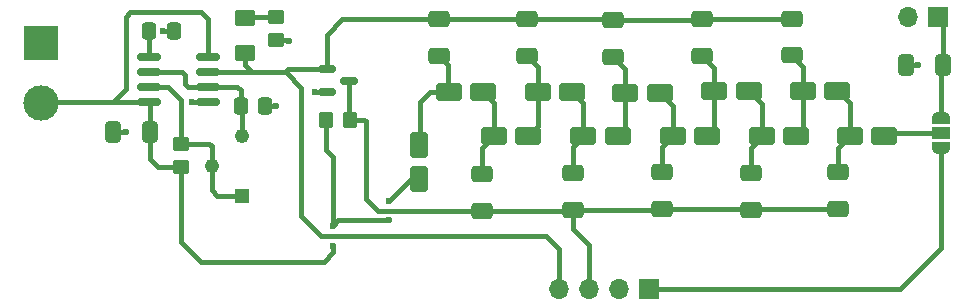
<source format=gbr>
%TF.GenerationSoftware,KiCad,Pcbnew,8.0.2*%
%TF.CreationDate,2024-07-15T23:49:25-06:00*%
%TF.ProjectId,2024_NE555_ChargePump,32303234-5f4e-4453-9535-355f43686172,rev?*%
%TF.SameCoordinates,Original*%
%TF.FileFunction,Copper,L1,Top*%
%TF.FilePolarity,Positive*%
%FSLAX46Y46*%
G04 Gerber Fmt 4.6, Leading zero omitted, Abs format (unit mm)*
G04 Created by KiCad (PCBNEW 8.0.2) date 2024-07-15 23:49:25*
%MOMM*%
%LPD*%
G01*
G04 APERTURE LIST*
G04 Aperture macros list*
%AMRoundRect*
0 Rectangle with rounded corners*
0 $1 Rounding radius*
0 $2 $3 $4 $5 $6 $7 $8 $9 X,Y pos of 4 corners*
0 Add a 4 corners polygon primitive as box body*
4,1,4,$2,$3,$4,$5,$6,$7,$8,$9,$2,$3,0*
0 Add four circle primitives for the rounded corners*
1,1,$1+$1,$2,$3*
1,1,$1+$1,$4,$5*
1,1,$1+$1,$6,$7*
1,1,$1+$1,$8,$9*
0 Add four rect primitives between the rounded corners*
20,1,$1+$1,$2,$3,$4,$5,0*
20,1,$1+$1,$4,$5,$6,$7,0*
20,1,$1+$1,$6,$7,$8,$9,0*
20,1,$1+$1,$8,$9,$2,$3,0*%
%AMFreePoly0*
4,1,19,0.550000,-0.750000,0.000000,-0.750000,0.000000,-0.744911,-0.071157,-0.744911,-0.207708,-0.704816,-0.327430,-0.627875,-0.420627,-0.520320,-0.479746,-0.390866,-0.500000,-0.250000,-0.500000,0.250000,-0.479746,0.390866,-0.420627,0.520320,-0.327430,0.627875,-0.207708,0.704816,-0.071157,0.744911,0.000000,0.744911,0.000000,0.750000,0.550000,0.750000,0.550000,-0.750000,0.550000,-0.750000,
$1*%
%AMFreePoly1*
4,1,19,0.000000,0.744911,0.071157,0.744911,0.207708,0.704816,0.327430,0.627875,0.420627,0.520320,0.479746,0.390866,0.500000,0.250000,0.500000,-0.250000,0.479746,-0.390866,0.420627,-0.520320,0.327430,-0.627875,0.207708,-0.704816,0.071157,-0.744911,0.000000,-0.744911,0.000000,-0.750000,-0.550000,-0.750000,-0.550000,0.750000,0.000000,0.750000,0.000000,0.744911,0.000000,0.744911,
$1*%
G04 Aperture macros list end*
%TA.AperFunction,SMDPad,CuDef*%
%ADD10RoundRect,0.150000X-0.587500X-0.150000X0.587500X-0.150000X0.587500X0.150000X-0.587500X0.150000X0*%
%TD*%
%TA.AperFunction,SMDPad,CuDef*%
%ADD11RoundRect,0.250000X0.850000X0.500000X-0.850000X0.500000X-0.850000X-0.500000X0.850000X-0.500000X0*%
%TD*%
%TA.AperFunction,SMDPad,CuDef*%
%ADD12RoundRect,0.250000X-0.500000X0.850000X-0.500000X-0.850000X0.500000X-0.850000X0.500000X0.850000X0*%
%TD*%
%TA.AperFunction,SMDPad,CuDef*%
%ADD13RoundRect,0.250000X-0.650000X0.412500X-0.650000X-0.412500X0.650000X-0.412500X0.650000X0.412500X0*%
%TD*%
%TA.AperFunction,SMDPad,CuDef*%
%ADD14RoundRect,0.250000X0.650000X-0.412500X0.650000X0.412500X-0.650000X0.412500X-0.650000X-0.412500X0*%
%TD*%
%TA.AperFunction,SMDPad,CuDef*%
%ADD15RoundRect,0.250000X0.412500X0.650000X-0.412500X0.650000X-0.412500X-0.650000X0.412500X-0.650000X0*%
%TD*%
%TA.AperFunction,SMDPad,CuDef*%
%ADD16RoundRect,0.250000X-0.450000X0.350000X-0.450000X-0.350000X0.450000X-0.350000X0.450000X0.350000X0*%
%TD*%
%TA.AperFunction,ComponentPad*%
%ADD17R,1.700000X1.700000*%
%TD*%
%TA.AperFunction,ComponentPad*%
%ADD18O,1.700000X1.700000*%
%TD*%
%TA.AperFunction,ComponentPad*%
%ADD19R,3.000000X3.000000*%
%TD*%
%TA.AperFunction,ComponentPad*%
%ADD20C,3.000000*%
%TD*%
%TA.AperFunction,SMDPad,CuDef*%
%ADD21RoundRect,0.250000X0.450000X-0.350000X0.450000X0.350000X-0.450000X0.350000X-0.450000X-0.350000X0*%
%TD*%
%TA.AperFunction,SMDPad,CuDef*%
%ADD22FreePoly0,270.000000*%
%TD*%
%TA.AperFunction,SMDPad,CuDef*%
%ADD23R,1.500000X1.000000*%
%TD*%
%TA.AperFunction,SMDPad,CuDef*%
%ADD24FreePoly1,270.000000*%
%TD*%
%TA.AperFunction,SMDPad,CuDef*%
%ADD25RoundRect,0.250000X-0.337500X-0.475000X0.337500X-0.475000X0.337500X0.475000X-0.337500X0.475000X0*%
%TD*%
%TA.AperFunction,SMDPad,CuDef*%
%ADD26RoundRect,0.250000X-0.350000X-0.450000X0.350000X-0.450000X0.350000X0.450000X-0.350000X0.450000X0*%
%TD*%
%TA.AperFunction,ComponentPad*%
%ADD27R,1.222000X1.222000*%
%TD*%
%TA.AperFunction,ComponentPad*%
%ADD28C,1.222000*%
%TD*%
%TA.AperFunction,SMDPad,CuDef*%
%ADD29RoundRect,0.150000X0.825000X0.150000X-0.825000X0.150000X-0.825000X-0.150000X0.825000X-0.150000X0*%
%TD*%
%TA.AperFunction,SMDPad,CuDef*%
%ADD30RoundRect,0.250001X-0.624999X0.462499X-0.624999X-0.462499X0.624999X-0.462499X0.624999X0.462499X0*%
%TD*%
%TA.AperFunction,ViaPad*%
%ADD31C,0.600000*%
%TD*%
%TA.AperFunction,Conductor*%
%ADD32C,0.381000*%
%TD*%
G04 APERTURE END LIST*
D10*
%TO.P,Q1,1,G*%
%TO.N,/SQUARE_1*%
X124921800Y-68366600D03*
%TO.P,Q1,2,S*%
%TO.N,GND*%
X124921800Y-70266600D03*
%TO.P,Q1,3,D*%
%TO.N,/SQUARE_2*%
X126796800Y-69316600D03*
%TD*%
D11*
%TO.P,D12,1,K*%
%TO.N,Net-(D12-K)*%
X172087200Y-74041000D03*
%TO.P,D12,2,A*%
%TO.N,Net-(D11-K)*%
X169187200Y-74041000D03*
%TD*%
%TO.P,D11,1,K*%
%TO.N,Net-(D11-K)*%
X168150200Y-70205600D03*
%TO.P,D11,2,A*%
%TO.N,Net-(D10-K)*%
X165250200Y-70205600D03*
%TD*%
%TO.P,D10,1,K*%
%TO.N,Net-(D10-K)*%
X164670400Y-74041000D03*
%TO.P,D10,2,A*%
%TO.N,Net-(D10-A)*%
X161770400Y-74041000D03*
%TD*%
%TO.P,D9,1,K*%
%TO.N,Net-(D10-A)*%
X160631800Y-70205600D03*
%TO.P,D9,2,A*%
%TO.N,Net-(D8-K)*%
X157731800Y-70205600D03*
%TD*%
%TO.P,D8,1,K*%
%TO.N,Net-(D8-K)*%
X157126600Y-74015600D03*
%TO.P,D8,2,A*%
%TO.N,Net-(D7-K)*%
X154226600Y-74015600D03*
%TD*%
%TO.P,D7,1,K*%
%TO.N,Net-(D7-K)*%
X153088000Y-70332600D03*
%TO.P,D7,2,A*%
%TO.N,Net-(D6-K)*%
X150188000Y-70332600D03*
%TD*%
%TO.P,D6,1,K*%
%TO.N,Net-(D6-K)*%
X149545000Y-74015600D03*
%TO.P,D6,2,A*%
%TO.N,Net-(D5-K)*%
X146645000Y-74015600D03*
%TD*%
%TO.P,D5,1,K*%
%TO.N,Net-(D5-K)*%
X145696600Y-70307200D03*
%TO.P,D5,2,A*%
%TO.N,Net-(D4-K)*%
X142796600Y-70307200D03*
%TD*%
%TO.P,D4,1,K*%
%TO.N,Net-(D4-K)*%
X141988200Y-74015600D03*
%TO.P,D4,2,A*%
%TO.N,Net-(D3-K)*%
X139088200Y-74015600D03*
%TD*%
%TO.P,D3,1,K*%
%TO.N,Net-(D3-K)*%
X138165200Y-70307200D03*
%TO.P,D3,2,A*%
%TO.N,Net-(D1-K)*%
X135265200Y-70307200D03*
%TD*%
D12*
%TO.P,D1,1,K*%
%TO.N,Net-(D1-K)*%
X132740400Y-74788400D03*
%TO.P,D1,2,A*%
%TO.N,VCC*%
X132740400Y-77688400D03*
%TD*%
D13*
%TO.P,C5,1*%
%TO.N,Net-(D3-K)*%
X138074400Y-77240600D03*
%TO.P,C5,2*%
%TO.N,/SQUARE_2*%
X138074400Y-80365600D03*
%TD*%
D14*
%TO.P,C9,1*%
%TO.N,Net-(D6-K)*%
X149148800Y-67323100D03*
%TO.P,C9,2*%
%TO.N,/SQUARE_1*%
X149148800Y-64198100D03*
%TD*%
D15*
%TO.P,C8,1*%
%TO.N,Net-(J2-Pin_1)*%
X177051100Y-68021200D03*
%TO.P,C8,2*%
%TO.N,GND*%
X173926100Y-68021200D03*
%TD*%
D13*
%TO.P,C14,1*%
%TO.N,Net-(D11-K)*%
X168173400Y-77075900D03*
%TO.P,C14,2*%
%TO.N,/SQUARE_2*%
X168173400Y-80200900D03*
%TD*%
D16*
%TO.P,R3,1*%
%TO.N,Net-(D2-K)*%
X120650000Y-63922400D03*
%TO.P,R3,2*%
%TO.N,GND*%
X120650000Y-65922400D03*
%TD*%
D17*
%TO.P,J2,1,Pin_1*%
%TO.N,Net-(J2-Pin_1)*%
X176687400Y-63957200D03*
D18*
%TO.P,J2,2,Pin_2*%
%TO.N,GND*%
X174147400Y-63957200D03*
%TD*%
D13*
%TO.P,C7,1*%
%TO.N,Net-(D5-K)*%
X145745200Y-77152100D03*
%TO.P,C7,2*%
%TO.N,/SQUARE_2*%
X145745200Y-80277100D03*
%TD*%
D19*
%TO.P,J1,1,Pin_1*%
%TO.N,GND*%
X100711000Y-66141600D03*
D20*
%TO.P,J1,2,Pin_2*%
%TO.N,VCC*%
X100711000Y-71221600D03*
%TD*%
D21*
%TO.P,R4,1*%
%TO.N,VCC*%
X112572800Y-76666600D03*
%TO.P,R4,2*%
%TO.N,/DIS*%
X112572800Y-74666600D03*
%TD*%
D22*
%TO.P,JP1,1,A*%
%TO.N,Net-(J2-Pin_1)*%
X176951900Y-72461600D03*
D23*
%TO.P,JP1,2,C*%
%TO.N,Net-(D12-K)*%
X176951900Y-73761600D03*
D24*
%TO.P,JP1,3,B*%
%TO.N,/Charge_Out*%
X176951900Y-75061600D03*
%TD*%
D25*
%TO.P,C1,1*%
%TO.N,Net-(U1-CV)*%
X109884300Y-65125600D03*
%TO.P,C1,2*%
%TO.N,GND*%
X111959300Y-65125600D03*
%TD*%
D14*
%TO.P,C6,1*%
%TO.N,Net-(D4-K)*%
X141833600Y-67246900D03*
%TO.P,C6,2*%
%TO.N,/SQUARE_1*%
X141833600Y-64121900D03*
%TD*%
D17*
%TO.P,J3,1,Pin_1*%
%TO.N,/Charge_Out*%
X152237600Y-86938000D03*
D18*
%TO.P,J3,2,Pin_2*%
%TO.N,GND*%
X149697600Y-86938000D03*
%TO.P,J3,3,Pin_3*%
%TO.N,/SQUARE_2*%
X147157600Y-86938000D03*
%TO.P,J3,4,Pin_4*%
%TO.N,/SQUARE_1*%
X144617600Y-86938000D03*
%TD*%
D26*
%TO.P,R1,1*%
%TO.N,VCC*%
X124864800Y-72618600D03*
%TO.P,R1,2*%
%TO.N,/SQUARE_2*%
X126864800Y-72618600D03*
%TD*%
D14*
%TO.P,C11,1*%
%TO.N,Net-(D8-K)*%
X156718000Y-67208400D03*
%TO.P,C11,2*%
%TO.N,/SQUARE_1*%
X156718000Y-64083400D03*
%TD*%
D25*
%TO.P,C2,1*%
%TO.N,/THR*%
X117631300Y-71501000D03*
%TO.P,C2,2*%
%TO.N,GND*%
X119706300Y-71501000D03*
%TD*%
D27*
%TO.P,RV1,1,1*%
%TO.N,/DIS*%
X117703600Y-79070200D03*
D28*
%TO.P,RV1,2,2*%
X115163600Y-76530200D03*
%TO.P,RV1,3,3*%
%TO.N,/THR*%
X117703600Y-73990200D03*
%TD*%
D29*
%TO.P,U1,1,GND*%
%TO.N,GND*%
X114844600Y-71142400D03*
%TO.P,U1,2,TR*%
%TO.N,/THR*%
X114844600Y-69872400D03*
%TO.P,U1,3,Q*%
%TO.N,/SQUARE_1*%
X114844600Y-68602400D03*
%TO.P,U1,4,R*%
%TO.N,VCC*%
X114844600Y-67332400D03*
%TO.P,U1,5,CV*%
%TO.N,Net-(U1-CV)*%
X109894600Y-67332400D03*
%TO.P,U1,6,THR*%
%TO.N,/THR*%
X109894600Y-68602400D03*
%TO.P,U1,7,DIS*%
%TO.N,/DIS*%
X109894600Y-69872400D03*
%TO.P,U1,8,VCC*%
%TO.N,VCC*%
X109894600Y-71142400D03*
%TD*%
D15*
%TO.P,C3,1*%
%TO.N,VCC*%
X109969700Y-73660000D03*
%TO.P,C3,2*%
%TO.N,GND*%
X106844700Y-73660000D03*
%TD*%
D13*
%TO.P,C10,1*%
%TO.N,Net-(D7-K)*%
X153263600Y-77075900D03*
%TO.P,C10,2*%
%TO.N,/SQUARE_2*%
X153263600Y-80200900D03*
%TD*%
%TO.P,C12,1*%
%TO.N,Net-(D10-A)*%
X160807400Y-77126700D03*
%TO.P,C12,2*%
%TO.N,/SQUARE_2*%
X160807400Y-80251700D03*
%TD*%
D14*
%TO.P,C4,1*%
%TO.N,Net-(D1-K)*%
X134391400Y-67221500D03*
%TO.P,C4,2*%
%TO.N,/SQUARE_1*%
X134391400Y-64096500D03*
%TD*%
D30*
%TO.P,D2,1,K*%
%TO.N,Net-(D2-K)*%
X118008400Y-64044500D03*
%TO.P,D2,2,A*%
%TO.N,/SQUARE_1*%
X118008400Y-67019500D03*
%TD*%
D14*
%TO.P,C13,1*%
%TO.N,Net-(D10-K)*%
X164287200Y-67196100D03*
%TO.P,C13,2*%
%TO.N,/SQUARE_1*%
X164287200Y-64071100D03*
%TD*%
D31*
%TO.N,VCC*%
X130175000Y-79552800D03*
X125425200Y-83337400D03*
X125425200Y-81610200D03*
X130149600Y-81153000D03*
%TO.N,GND*%
X174955200Y-68021200D03*
X123875800Y-70256400D03*
X111048800Y-65125600D03*
X107873800Y-73660000D03*
X120624600Y-71501000D03*
X113512600Y-71145400D03*
X121691400Y-65938400D03*
%TD*%
D32*
%TO.N,/SQUARE_1*%
X121673200Y-68366600D02*
X121437400Y-68602400D01*
X124921800Y-68366600D02*
X121673200Y-68366600D01*
X124921800Y-65451200D02*
X126238000Y-64135000D01*
X124921800Y-68366600D02*
X124921800Y-65451200D01*
%TO.N,/SQUARE_2*%
X126796800Y-72550600D02*
X126864800Y-72618600D01*
X126796800Y-69316600D02*
X126796800Y-72550600D01*
%TO.N,GND*%
X124921800Y-70266600D02*
X123886000Y-70266600D01*
X123886000Y-70266600D02*
X123875800Y-70256400D01*
%TO.N,Net-(D12-K)*%
X176951900Y-73761600D02*
X172366600Y-73761600D01*
X172366600Y-73761600D02*
X172087200Y-74041000D01*
%TO.N,Net-(D10-K)*%
X165250200Y-73461200D02*
X164670400Y-74041000D01*
X165250200Y-70205600D02*
X165250200Y-73461200D01*
%TO.N,Net-(D8-K)*%
X157731800Y-73410400D02*
X157126600Y-74015600D01*
X157731800Y-70205600D02*
X157731800Y-73410400D01*
%TO.N,Net-(D6-K)*%
X150188000Y-73372600D02*
X149545000Y-74015600D01*
X150188000Y-70332600D02*
X150188000Y-73372600D01*
%TO.N,Net-(D4-K)*%
X142796600Y-73207200D02*
X141988200Y-74015600D01*
X142796600Y-70307200D02*
X142796600Y-73207200D01*
%TO.N,Net-(D11-K)*%
X168173400Y-75054800D02*
X169187200Y-74041000D01*
X168173400Y-77075900D02*
X168173400Y-75054800D01*
%TO.N,Net-(D10-A)*%
X160807400Y-77126700D02*
X160807400Y-75004000D01*
X160807400Y-75004000D02*
X161770400Y-74041000D01*
%TO.N,Net-(D7-K)*%
X153263600Y-74978600D02*
X154226600Y-74015600D01*
X153263600Y-77075900D02*
X153263600Y-74978600D01*
%TO.N,Net-(D5-K)*%
X145745200Y-74915400D02*
X146645000Y-74015600D01*
X145745200Y-77152100D02*
X145745200Y-74915400D01*
%TO.N,Net-(D3-K)*%
X138074400Y-75029400D02*
X139088200Y-74015600D01*
X138074400Y-77240600D02*
X138074400Y-75029400D01*
%TO.N,Net-(D10-K)*%
X165250200Y-68159100D02*
X165250200Y-70205600D01*
X164287200Y-67196100D02*
X165250200Y-68159100D01*
%TO.N,Net-(D8-K)*%
X157731800Y-68222200D02*
X157731800Y-70205600D01*
X156718000Y-67208400D02*
X157731800Y-68222200D01*
%TO.N,Net-(D6-K)*%
X150188000Y-68362300D02*
X150188000Y-70332600D01*
X149148800Y-67323100D02*
X150188000Y-68362300D01*
%TO.N,Net-(D4-K)*%
X142796600Y-68209900D02*
X142796600Y-70307200D01*
X141833600Y-67246900D02*
X142796600Y-68209900D01*
%TO.N,Net-(D11-K)*%
X169187200Y-71242600D02*
X168150200Y-70205600D01*
X169187200Y-74041000D02*
X169187200Y-71242600D01*
%TO.N,Net-(D10-A)*%
X161770400Y-71344200D02*
X160631800Y-70205600D01*
X161770400Y-74041000D02*
X161770400Y-71344200D01*
%TO.N,Net-(D7-K)*%
X154226600Y-71471200D02*
X153088000Y-70332600D01*
X154226600Y-74015600D02*
X154226600Y-71471200D01*
%TO.N,Net-(D5-K)*%
X146645000Y-71255600D02*
X145696600Y-70307200D01*
X146645000Y-74015600D02*
X146645000Y-71255600D01*
%TO.N,Net-(D3-K)*%
X139088200Y-74015600D02*
X139088200Y-71230200D01*
X139088200Y-71230200D02*
X138165200Y-70307200D01*
%TO.N,Net-(D1-K)*%
X135178800Y-70220800D02*
X135265200Y-70307200D01*
X135178800Y-68008900D02*
X135178800Y-70220800D01*
X134391400Y-67221500D02*
X135178800Y-68008900D01*
X132816600Y-71145400D02*
X132816600Y-74712200D01*
X132816600Y-74712200D02*
X132740400Y-74788400D01*
X133654800Y-70307200D02*
X132816600Y-71145400D01*
X135265200Y-70307200D02*
X133654800Y-70307200D01*
%TO.N,VCC*%
X132039400Y-77688400D02*
X132740400Y-77688400D01*
X130175000Y-79552800D02*
X132039400Y-77688400D01*
X112572800Y-82981800D02*
X113919000Y-84328000D01*
X112572800Y-76666600D02*
X112572800Y-82981800D01*
X124841000Y-75234800D02*
X124841000Y-72642400D01*
X124841000Y-72642400D02*
X124864800Y-72618600D01*
X114300000Y-63550800D02*
X108280200Y-63550800D01*
X109969700Y-73660000D02*
X109969700Y-71217500D01*
X114249200Y-84658200D02*
X124637800Y-84658200D01*
X125425200Y-81610200D02*
X125425200Y-75819000D01*
X107924600Y-63906400D02*
X107924600Y-69999400D01*
X109969700Y-71217500D02*
X109894600Y-71142400D01*
X110651800Y-76666600D02*
X109969700Y-75984500D01*
X114844600Y-67332400D02*
X114844600Y-64095400D01*
X125882400Y-81153000D02*
X125425200Y-81610200D01*
X107924600Y-69999400D02*
X106781600Y-71142400D01*
X125425200Y-83870800D02*
X125425200Y-83337400D01*
X108280200Y-63550800D02*
X107924600Y-63906400D01*
X130149600Y-81153000D02*
X125882400Y-81153000D01*
X106781600Y-71142400D02*
X100790200Y-71142400D01*
X109969700Y-75984500D02*
X109969700Y-73660000D01*
X112572800Y-76666600D02*
X110651800Y-76666600D01*
X124637800Y-84658200D02*
X125425200Y-83870800D01*
X109894600Y-71142400D02*
X106781600Y-71142400D01*
X113919000Y-84328000D02*
X114249200Y-84658200D01*
X100790200Y-71142400D02*
X100711000Y-71221600D01*
X125425200Y-75819000D02*
X124841000Y-75234800D01*
X114844600Y-64095400D02*
X114300000Y-63550800D01*
%TO.N,GND*%
X106844700Y-73660000D02*
X107873800Y-73660000D01*
X114844600Y-71142400D02*
X113515600Y-71142400D01*
X120624600Y-71501000D02*
X119706300Y-71501000D01*
X113515600Y-71142400D02*
X113512600Y-71145400D01*
X173926100Y-68021200D02*
X174955200Y-68021200D01*
X121675400Y-65922400D02*
X120650000Y-65922400D01*
X111048800Y-65125600D02*
X111959300Y-65125600D01*
X121691400Y-65938400D02*
X121675400Y-65922400D01*
%TO.N,Net-(U1-CV)*%
X109884300Y-67322100D02*
X109894600Y-67332400D01*
X109884300Y-65125600D02*
X109884300Y-67322100D01*
%TO.N,/THR*%
X114844600Y-69872400D02*
X113179400Y-69872400D01*
X112903000Y-69596000D02*
X112903000Y-68859400D01*
X112646000Y-68602400D02*
X112903000Y-68859400D01*
X113055400Y-69748400D02*
X112903000Y-69596000D01*
X113179400Y-69872400D02*
X113055400Y-69748400D01*
X117703600Y-73990200D02*
X117703600Y-71573300D01*
X117631300Y-70158700D02*
X117345000Y-69872400D01*
X117703600Y-71573300D02*
X117631300Y-71501000D01*
X117345000Y-69872400D02*
X114844600Y-69872400D01*
X109894600Y-68602400D02*
X112646000Y-68602400D01*
X117631300Y-71501000D02*
X117631300Y-70158700D01*
%TO.N,Net-(D2-K)*%
X120650000Y-63922400D02*
X118130500Y-63922400D01*
X118130500Y-63922400D02*
X118008400Y-64044500D01*
%TO.N,/SQUARE_1*%
X149072600Y-64121900D02*
X149148800Y-64198100D01*
X156603300Y-64198100D02*
X156718000Y-64083400D01*
X143510000Y-82473800D02*
X124460000Y-82473800D01*
X124460000Y-82473800D02*
X122758200Y-80772000D01*
X156718000Y-64083400D02*
X156730300Y-64071100D01*
X118008400Y-67992800D02*
X118618000Y-68602400D01*
X149148800Y-64198100D02*
X156603300Y-64198100D01*
X141808200Y-64096500D02*
X141833600Y-64121900D01*
X114844600Y-68602400D02*
X118618000Y-68602400D01*
X122758200Y-69923200D02*
X121437400Y-68602400D01*
X134391400Y-64096500D02*
X141808200Y-64096500D01*
X156730300Y-64071100D02*
X164287200Y-64071100D01*
X144617600Y-83581400D02*
X143510000Y-82473800D01*
X144617600Y-86938000D02*
X144617600Y-83581400D01*
X141833600Y-64121900D02*
X149072600Y-64121900D01*
X118008400Y-67019500D02*
X118008400Y-67992800D01*
X118618000Y-68602400D02*
X121437400Y-68602400D01*
X134352900Y-64135000D02*
X134391400Y-64096500D01*
X126238000Y-64135000D02*
X134352900Y-64135000D01*
X122758200Y-80772000D02*
X122758200Y-69923200D01*
%TO.N,/SQUARE_2*%
X129260600Y-80365600D02*
X138074400Y-80365600D01*
X160858200Y-80200900D02*
X160807400Y-80251700D01*
X145745200Y-80277100D02*
X153187400Y-80277100D01*
X128219200Y-79324200D02*
X129260600Y-80365600D01*
X153187400Y-80277100D02*
X153263600Y-80200900D01*
X128092200Y-72618600D02*
X128219200Y-72745600D01*
X126914000Y-72569400D02*
X126864800Y-72618600D01*
X160756600Y-80200900D02*
X160807400Y-80251700D01*
X126864800Y-72618600D02*
X128092200Y-72618600D01*
X145656700Y-80365600D02*
X145745200Y-80277100D01*
X153263600Y-80200900D02*
X160756600Y-80200900D01*
X147157600Y-83276600D02*
X145745200Y-81864200D01*
X128219200Y-72745600D02*
X128219200Y-79324200D01*
X145745200Y-81864200D02*
X145745200Y-80277100D01*
X147157600Y-86938000D02*
X147157600Y-83276600D01*
X168173400Y-80200900D02*
X160858200Y-80200900D01*
X138074400Y-80365600D02*
X145656700Y-80365600D01*
%TO.N,/DIS*%
X115163600Y-74853800D02*
X115163600Y-76530200D01*
X115163600Y-78613000D02*
X115163600Y-76530200D01*
X112572800Y-70993000D02*
X111452200Y-69872400D01*
X112572800Y-74666600D02*
X114976400Y-74666600D01*
X115620800Y-79070200D02*
X115163600Y-78613000D01*
X117703600Y-79070200D02*
X115620800Y-79070200D01*
X112572800Y-74666600D02*
X112572800Y-70993000D01*
X111452200Y-69872400D02*
X109894600Y-69872400D01*
X114976400Y-74666600D02*
X115163600Y-74853800D01*
%TO.N,Net-(J2-Pin_1)*%
X177051100Y-64320900D02*
X176687400Y-63957200D01*
X177051100Y-68021200D02*
X177051100Y-64320900D01*
X176951900Y-68120400D02*
X177051100Y-68021200D01*
X176951900Y-72461600D02*
X176951900Y-68120400D01*
%TO.N,/Charge_Out*%
X173488200Y-86938000D02*
X176951900Y-83474300D01*
X152237600Y-86938000D02*
X173488200Y-86938000D01*
X176951900Y-83474300D02*
X176951900Y-75061600D01*
%TD*%
M02*

</source>
